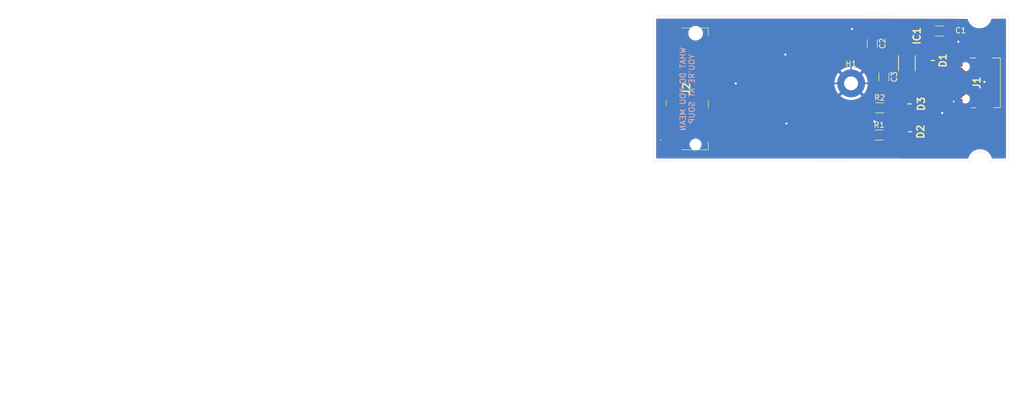
<source format=kicad_pcb>
(kicad_pcb (version 20211014) (generator pcbnew)
  (layers (0 "F.Cu" signal) (31 "B.Cu" signal) (34 "B.Paste" user) (35 "F.Paste" user) (36 "B.SilkS" user "B.Silkscreen") (37 "F.SilkS" user "F.Silkscreen") (38 "B.Mask" user) (39 "F.Mask" user) (44 "Edge.Cuts" user))
  (net 0 "")
  (net 1 "GND")
  (net 2 "/5V")
  (net 3 "/D_minus_USB")
  (net 4 "/D_plus_USB")
  (net 5 "/D_plus_M2")
  (net 6 "/D_minus_M2")
  (net 7 "/3V3")
  (net 8 "Net-(IC1-Pad4)")
  (footprint "MountingHole:MountingHole_2.5mm_Pad" (layer "F.Cu") (at 222.972155 54.377844)
    (fp_text reference "H1" (at 0 -3.5) (layer "F.SilkS"))
    (fp_text value "MountingHole_Pad")
    (pad "1" thru_hole circle locked (at 0 0) (size 5 5) (drill 2.5) (layers *.Cu *.Mask) (net 1 "GND"))
  )
  (footprint "Capacitor_SMD:C_1206_3216Metric_Pad1.33x1.80mm_HandSolder" (layer "F.Cu") (at 228.872155 53.215344 -90)
    (fp_text reference "C3" (at 0 -1.85 90) (layer "F.SilkS"))
    (fp_text value "0.01u")
    (fp_line (start -0.711252 0.91) (end 0.711252 0.91) (layer "F.SilkS") (width 0.12))
    (fp_line (start -0.711252 -0.91) (end 0.711252 -0.91) (layer "F.SilkS") (width 0.12))
    (pad "1" smd roundrect (at -1.5625 0 270) (size 1.325 1.8) (layers "F.Cu" "F.Paste" "F.Mask") (roundrect_rratio 0.188679) (net 8 "Net-(IC1-Pad4)"))
    (pad "2" smd roundrect (at 1.5625 0 270) (size 1.325 1.8) (layers "F.Cu" "F.Paste" "F.Mask") (roundrect_rratio 0.188679) (net 1 "GND"))
  )
  (footprint "tvs-diode-CGA0603MLC-05E-pcb-part-libraries:DIONC1608X56N" (layer "F.Cu") (at 233.572155 63.077844 -90)
    (fp_text reference "D2" (at 0 -1.9 90) (layer "F.SilkS") (effects (font (size 1.27 1.27) (thickness 0.254))))
    (fp_text value "D_TVS" hide)
    (fp_line (start 0 -0.325) (end 0 0.325) (layer "F.SilkS") (width 0.2))
    (pad "1" smd rect locked (at -0.8 0 270) (size 0.9 1.05) (layers "F.Cu" "F.Paste" "F.Mask") (net 3 "/D_minus_USB"))
    (pad "2" smd rect locked (at 0.8 0 270) (size 0.9 1.05) (layers "F.Cu" "F.Paste" "F.Mask") (net 1 "GND"))
  )
  (footprint "VoltReg-REG113EA-3:SOP65P490X110-8N" (layer "F.Cu") (at 233.002355 50.768044 -90)
    (fp_text reference "IC1" (at -4.9022 -1.8034 90) (layer "F.SilkS") (effects (font (size 1.27 1.27) (thickness 0.254))))
    (fp_text value "REG113EA-3.3_250" hide)
    (fp_line (start 1.3716 -1.4986) (end 0.3048 -1.4986) (layer "F.SilkS") (width 0.1524))
    (fp_line (start -0.3048 -1.4986) (end -1.3716 -1.4986) (layer "F.SilkS") (width 0.1524))
    (fp_line (start -1.3716 1.4986) (end 1.3716 1.4986) (layer "F.SilkS") (width 0.1524))
    (fp_line (start 0.3048 -1.4986) (end -0.3048 -1.4986) (layer "F.SilkS") (width 0.1524))
    (pad "1" smd rect locked (at -2.2098 -0.9652) (size 0.4572 1.3716) (layers "F.Cu" "F.Paste" "F.Mask") (net 2 "/5V"))
    (pad "2" smd rect locked (at -2.2098 -0.3302) (size 0.4572 1.3716) (layers "F.Cu" "F.Paste" "F.Mask") (net 2 "/5V"))
    (pad "3" smd rect locked (at -2.2098 0.3302) (size 0.4572 1.3716) (layers "F.Cu" "F.Paste" "F.Mask") (net 7 "/3V3"))
    (pad "4" smd rect locked (at -2.2098 0.9652) (size 0.4572 1.3716) (layers "F.Cu" "F.Paste" "F.Mask") (net 8 "Net-(IC1-Pad4)"))
    (pad "5" smd rect locked (at 2.2098 0.9652) (size 0.4572 1.3716) (layers "F.Cu" "F.Paste" "F.Mask") (net 1 "GND"))
    (pad "6" smd rect locked (at 2.2098 0.3302) (size 0.4572 1.3716) (layers "F.Cu" "F.Paste" "F.Mask") (net 1 "GND"))
    (pad "7" smd rect locked (at 2.2098 -0.3302) (size 0.4572 1.3716) (layers "F.Cu" "F.Paste" "F.Mask") (net 1 "GND"))
    (pad "8" smd rect locked (at 2.2098 -0.9652) (size 0.4572 1.3716) (layers "F.Cu" "F.Paste" "F.Mask") (net 1 "GND"))
  )
  (footprint "Capacitor_SMD:C_1206_3216Metric_Pad1.33x1.80mm_HandSolder" (layer "F.Cu") (at 238.834655 44.977844)
    (fp_text reference "C1" (at 3.8375 -0.1) (layer "F.SilkS"))
    (fp_text value "0.1u")
    (fp_line (start -0.711252 0.91) (end 0.711252 0.91) (layer "F.SilkS") (width 0.12))
    (fp_line (start -0.711252 -0.91) (end 0.711252 -0.91) (layer "F.SilkS") (width 0.12))
    (pad "1" smd roundrect (at -1.5625 0) (size 1.325 1.8) (layers "F.Cu" "F.Paste" "F.Mask") (roundrect_rratio 0.188679) (net 2 "/5V"))
    (pad "2" smd roundrect (at 1.5625 0) (size 1.325 1.8) (layers "F.Cu" "F.Paste" "F.Mask") (roundrect_rratio 0.188679) (net 1 "GND"))
  )
  (footprint "m2-2199230-4-pcb-part-libraries:21992304" (layer "F.Cu") (at 193.382155 55.367844 90)
    (fp_text reference "J2" (at 0 0 90) (layer "F.SilkS") (effects (font (size 1.27 1.27) (thickness 0.254))))
    (fp_text value "2199230-4" hide)
    (fp_line (start -9.3 -4.649) (end -9.3 -4.649) (layer "F.SilkS") (width 0.1))
    (fp_line (start -3 -3.625) (end -2 -3.625) (layer "F.SilkS") (width 0.1))
    (fp_line (start 10.95 -0.85) (end 10.95 3.925) (layer "F.SilkS") (width 0.1))
    (fp_line (start -10.95 3.925) (end -9.5 3.925) (layer "F.SilkS") (width 0.1))
    (fp_line (start -3.5 3.925) (end -2 3.925) (layer "F.SilkS") (width 0.1))
    (fp_line (start -10.95 -0.85) (end -10.95 3.925) (layer "F.SilkS") (width 0.1))
    (fp_line (start 10.95 3.925) (end 9.5 3.925) (layer "F.SilkS") (width 0.1))
    (fp_line (start -9.2 -4.649) (end -9.2 -4.649) (layer "F.SilkS") (width 0.1))
    (fp_arc (start -9.2 -4.65) (mid -9.2495 -4.5995) (end -9.3 -4.649) (layer "F.SilkS") (width 0.1))
    (fp_arc (start -9.3 -4.65) (mid -9.2495 -4.6995) (end -9.2 -4.649) (layer "F.SilkS") (width 0.1))
    (pad "" np_thru_hole circle locked (at -10 1.65 90) (size 1.15 1.15) (drill 1.15) (layers *.Cu *.Mask))
    (pad "" np_thru_hole circle locked (at 10 1.65 90) (size 1.65 1.65) (drill 1.65) (layers *.Cu *.Mask))
    (pad "1" smd rect locked (at -9.25 -3.625 90) (size 0.3 1.55) (layers "F.Cu" "F.Paste" "F.Mask") (net 1 "GND"))
    (pad "2" smd rect locked (at -9 3.925 90) (size 0.3 1.55) (layers "F.Cu" "F.Paste" "F.Mask") (net 7 "/3V3"))
    (pad "3" smd rect locked (at -8.75 -3.625 90) (size 0.3 1.55) (layers "F.Cu" "F.Paste" "F.Mask") (net 6 "/D_minus_M2"))
    (pad "4" smd rect locked (at -8.5 3.925 90) (size 0.3 1.55) (layers "F.Cu" "F.Paste" "F.Mask") (net 7 "/3V3"))
    (pad "5" smd rect locked (at -8.25 -3.625 90) (size 0.3 1.55) (layers "F.Cu" "F.Paste" "F.Mask") (net 5 "/D_plus_M2"))
    (pad "6" smd rect locked (at -8 3.925 90) (size 0.3 1.55) (layers "F.Cu" "F.Paste" "F.Mask"))
    (pad "7" smd rect locked (at -7.75 -3.625 90) (size 0.3 1.55) (layers "F.Cu" "F.Paste" "F.Mask") (net 1 "GND"))
    (pad "8" smd rect locked (at -7.5 3.925 90) (size 0.3 1.55) (layers "F.Cu" "F.Paste" "F.Mask"))
    (pad "9" smd rect locked (at -7.25 -3.625 90) (size 0.3 1.55) (layers "F.Cu" "F.Paste" "F.Mask"))
    (pad "10" smd rect locked (at -7 3.925 90) (size 0.3 1.55) (layers "F.Cu" "F.Paste" "F.Mask"))
    (pad "11" smd rect locked (at -6.75 -3.625 90) (size 0.3 1.55) (layers "F.Cu" "F.Paste" "F.Mask"))
    (pad "12" smd rect locked (at -6.5 3.925 90) (size 0.3 1.55) (layers "F.Cu" "F.Paste" "F.Mask"))
    (pad "13" smd rect locked (at -6.25 -3.625 90) (size 0.3 1.55) (layers "F.Cu" "F.Paste" "F.Mask"))
    (pad "14" smd rect locked (at -6 3.925 90) (size 0.3 1.55) (layers "F.Cu" "F.Paste" "F.Mask"))
    (pad "15" smd rect locked (at -5.75 -3.625 90) (size 0.3 1.55) (layers "F.Cu" "F.Paste" "F.Mask"))
    (pad "16" smd rect locked (at -5.5 3.925 90) (size 0.3 1.55) (layers "F.Cu" "F.Paste" "F.Mask"))
    (pad "17" smd rect locked (at -5.25 -3.625 90) (size 0.3 1.55) (layers "F.Cu" "F.Paste" "F.Mask"))
    (pad "18" smd rect locked (at -5 3.925 90) (size 0.3 1.55) (layers "F.Cu" "F.Paste" "F.Mask") (net 1 "GND"))
    (pad "19" smd rect locked (at -4.75 -3.625 90) (size 0.3 1.55) (layers "F.Cu" "F.Paste" "F.Mask"))
    (pad "20" smd rect locked (at -4.5 3.925 90) (size 0.3 1.55) (layers "F.Cu" "F.Paste" "F.Mask"))
    (pad "21" smd rect locked (at -4.25 -3.625 90) (size 0.3 1.55) (layers "F.Cu" "F.Paste" "F.Mask"))
    (pad "22" smd rect locked (at -4 3.925 90) (size 0.3 1.55) (layers "F.Cu" "F.Paste" "F.Mask"))
    (pad "23" smd rect locked (at -3.75 -3.625 90) (size 0.3 1.55) (layers "F.Cu" "F.Paste" "F.Mask"))
    (pad "32" smd rect locked (at -1.5 3.925 90) (size 0.3 1.55) (layers "F.Cu" "F.Paste" "F.Mask"))
    (pad "33" smd rect locked (at -1.25 -3.625 90) (size 0.3 1.55) (layers "F.Cu" "F.Paste" "F.Mask") (net 1 "GND"))
    (pad "34" smd rect locked (at -1 3.925 90) (size 0.3 1.55) (layers "F.Cu" "F.Paste" "F.Mask"))
    (pad "35" smd rect locked (at -0.75 -3.625 90) (size 0.3 1.55) (layers "F.Cu" "F.Paste" "F.Mask"))
    (pad "36" smd rect locked (at -0.5 3.925 90) (size 0.3 1.55) (layers "F.Cu" "F.Paste" "F.Mask"))
    (pad "37" smd rect locked (at -0.25 -3.625 90) (size 0.3 1.55) (layers "F.Cu" "F.Paste" "F.Mask"))
    (pad "38" smd rect locked (at 0 3.925 90) (size 0.3 1.55) (layers "F.Cu" "F.Paste" "F.Mask"))
    (pad "39" smd rect locked (at 0.25 -3.625 90) (size 0.3 1.55) (layers "F.Cu" "F.Paste" "F.Mask") (net 1 "GND"))
    (pad "40" smd rect locked (at 0.5 3.925 90) (size 0.3 1.55) (layers "F.Cu" "F.Paste" "F.Mask"))
    (pad "41" smd rect locked (at 0.75 -3.625 90) (size 0.3 1.55) (layers "F.Cu" "F.Paste" "F.Mask"))
    (pad "42" smd rect locked (at 1 3.925 90) (size 0.3 1.55) (layers "F.Cu" "F.Paste" "F.Mask"))
    (pad "43" smd rect locked (at 1.25 -3.625 90) (size 0.3 1.55) (layers "F.Cu" "F.Paste" "F.Mask"))
    (pad "44" smd rect locked (at 1.5 3.925 90) (size 0.3 1.55) (layers "F.Cu" "F.Paste" "F.Mask"))
    (pad "45" smd rect locked (at 1.75 -3.625 90) (size 0.3 1.55) (layers "F.Cu" "F.Paste" "F.Mask") (net 1 "GND"))
    (pad "46" smd rect locked (at 2 3.925 90) (size 0.3 1.55) (layers "F.Cu" "F.Paste" "F.Mask"))
    (pad "47" smd rect locked (at 2.25 -3.625 90) (size 0.3 1.55) (layers "F.Cu" "F.Paste" "F.Mask"))
    (pad "48" smd rect locked (at 2.5 3.925 90) (size 0.3 1.55) (layers "F.Cu" "F.Paste" "F.Mask"))
    (pad "49" smd rect locked (at 2.75 -3.625 90) (size 0.3 1.55) (layers "F.Cu" "F.Paste" "F.Mask"))
    (pad "50" smd rect locked (at 3 3.925 90) (size 0.3 1.55) (layers "F.Cu" "F.Paste" "F.Mask"))
    (pad "51" smd rect locked (at 3.25 -3.625 90) (size 0.3 1.55) (layers "F.Cu" "F.Paste" "F.Mask") (net 1 "GND"))
    (pad "52" smd rect locked (at 3.5 3.925 90) (size 0.3 1.55) (layers "F.Cu" "F.Paste" "F.Mask"))
    (pad "53" smd rect locked (at 3.75 -3.625 90) (size 0.3 1.55) (layers "F.Cu" "F.Paste" "F.Mask"))
    (pad "54" smd rect locked (at 4 3.925 90) (size 0.3 1.55) (layers "F.Cu" "F.Paste" "F.Mask"))
    (pad "55" smd rect locked (at 4.25 -3.625 90) (size 0.3 1.55) (layers "F.Cu" "F.Paste" "F.Mask"))
    (pad "56" smd rect locked (at 4.5 3.925 90) (size 0.3 1.55) (layers "F.Cu" "F.Paste" "F.Mask"))
    (pad "57" smd rect locked (at 4.75 -3.625 90) (size 0.3 1.55) (layers "F.Cu" "F.Paste" "F.Mask") (net 1 "GND"))
    (pad "58" smd rect locked (at 5 3.925 90) (size 0.3 1.55) (layers "F.Cu" "F.Paste" "F.Mask"))
    (pad "59" smd rect locked (at 5.25 -3.625 90) (size 0.3 1.55) (layers "F.Cu" "F.Paste" "F.Mask"))
    (pad "60" smd rect locked (at 5.5 3.925 90) (size 0.3 1.55) (layers "F.Cu" "F.Paste" "F.Mask"))
    (pad "61" smd rect locked (at 5.75 -3.625 90) (size 0.3 1.55) (layers "F.Cu" "F.Paste" "F.Mask"))
    (pad "62" smd rect locked (at 6 3.925 90) (size 0.3 1.55) (layers "F.Cu" "F.Paste" "F.Mask"))
    (pad "63" smd rect locked (at 6.25 -3.625 90) (size 0.3 1.55) (layers "F.Cu" "F.Paste" "F.Mask") (net 1 "GND"))
    (pad "64" smd rect locked (at 6.5 3.925 90) (size 0.3 1.55) (layers "F.Cu" "F.Paste" "F.Mask"))
    (pad "65" smd rect locked (at 6.75 -3.625 90) (size 0.3 1.55) (layers "F.Cu" "F.Paste" "F.Mask"))
    (pad "66" smd rect locked (at 7 3.925 90) (size 0.3 1.55) (layers "F.Cu" "F.Paste" "F.Mask"))
    (pad "67" smd rect locked (at 7.25 -3.625 90) (size 0.3 1.55) (layers "F.Cu" "F.Paste" "F.Mask"))
    (pad "68" smd rect locked (at 7.5 3.925 90) (size 0.3 1.55) (layers "F.Cu" "F.Paste" "F.Mask"))
    (pad "69" smd rect locked (at 7.75 -3.625 90) (size 0.3 1.55) (layers "F.Cu" "F.Paste" "F.Mask") (net 1 "GND"))
    (pad "70" smd rect locked (at 8 3.925 90) (size 0.3 1.55) (layers "F.Cu" "F.Paste" "F.Mask"))
    (pad "71" smd rect locked (at 8.25 -3.625 90) (size 0.3 1.55) (layers "F.Cu" "F.Paste" "F.Mask"))
    (pad "72" smd rect locked (at 8.5 3.925 90) (size 0.3 1.55) (layers "F.Cu" "F.Paste" "F.Mask") (net 7 "/3V3"))
    (pad "73" smd rect locked (at 8.75 -3.625 90) (size 0.3 1.55) (layers "F.Cu" "F.Paste" "F.Mask"))
    (pad "74" smd rect locked (at 9 3.925 90) (size 0.3 1.55) (layers "F.Cu" "F.Paste" "F.Mask") (net 7 "/3V3"))
    (pad "75" smd rect locked (at 9.25 -3.625 90) (size 0.3 1.55) (layers "F.Cu" "F.Paste" "F.Mask") (net 1 "GND"))
    (pad "MP1" smd rect locked (at -10.35 -2.85 90) (size 1.2 2.75) (layers "F.Cu" "F.Paste" "F.Mask") (net 1 "GND"))
    (pad "MP2" smd rect locked (at 10.35 -2.85 90) (size 1.2 2.75) (layers "F.Cu" "F.Paste" "F.Mask") (net 1 "GND"))
  )
  (footprint "Capacitor_SMD:C_1206_3216Metric_Pad1.33x1.80mm_HandSolder" (layer "F.Cu") (at 226.772155 47.215344 -90)
    (fp_text reference "C2" (at 0 -1.85 90) (layer "F.SilkS"))
    (fp_text value "0.1 u")
    (fp_line (start -0.711252 -0.91) (end 0.711252 -0.91) (layer "F.SilkS") (width 0.12))
    (fp_line (start -0.711252 0.91) (end 0.711252 0.91) (layer "F.SilkS") (width 0.12))
    (pad "1" smd roundrect (at -1.5625 0 270) (size 1.325 1.8) (layers "F.Cu" "F.Paste" "F.Mask") (roundrect_rratio 0.188679) (net 7 "/3V3"))
    (pad "2" smd roundrect (at 1.5625 0 270) (size 1.325 1.8) (layers "F.Cu" "F.Paste" "F.Mask") (roundrect_rratio 0.188679) (net 1 "GND"))
  )
  (footprint "tvs-diode-CGA0603MLC-05E-pcb-part-libraries:DIONC1608X56N" (layer "F.Cu") (at 237.672155 50.277844 -90)
    (fp_text reference "D1" (at 0 -1.8 90) (layer "F.SilkS") (effects (font (size 1.27 1.27) (thickness 0.254))))
    (fp_text value "D_TVS" hide)
    (fp_line (start 0 -0.325) (end 0 0.325) (layer "F.SilkS") (width 0.2))
    (pad "1" smd rect locked (at -0.8 0 270) (size 0.9 1.05) (layers "F.Cu" "F.Paste" "F.Mask") (net 2 "/5V"))
    (pad "2" smd rect locked (at 0.8 0 270) (size 0.9 1.05) (layers "F.Cu" "F.Paste" "F.Mask") (net 1 "GND"))
  )
  (footprint "tvs-diode-CGA0603MLC-05E-pcb-part-libraries:DIONC1608X56N" (layer "F.Cu") (at 233.472155 58.077844 90)
    (fp_text reference "D3" (at 0 2.1 90) (layer "F.SilkS") (effects (font (size 1.27 1.27) (thickness 0.254))))
    (fp_text value "D_TVS" hide)
    (fp_line (start 0 -0.325) (end 0 0.325) (layer "F.SilkS") (width 0.2))
    (pad "1" smd rect locked (at -0.8 0 90) (size 0.9 1.05) (layers "F.Cu" "F.Paste" "F.Mask") (net 4 "/D_plus_USB"))
    (pad "2" smd rect locked (at 0.8 0 90) (size 0.9 1.05) (layers "F.Cu" "F.Paste" "F.Mask") (net 1 "GND"))
  )
  (footprint "usbc-USB4110-GF-A-pcb-part-libraries:USB4110GFA" (layer "F.Cu") (at 246.108655 54.277844 90)
    (fp_text reference "J1" (at 0 -0.536 90) (layer "F.SilkS") (effects (font (size 1.27 1.27) (thickness 0.254))))
    (fp_text value "USB4110-GF-A" hide)
    (fp_line (start 4.47 -1.75) (end 4.47 -0.75) (layer "F.SilkS") (width 0.1))
    (fp_line (start 4.47 3.677) (end -4.47 3.677) (layer "F.SilkS") (width 0.1))
    (fp_line (start -3.3 -4.7) (end -3.3 -4.7) (layer "F.SilkS") (width 0.2))
    (fp_line (start 4.47 -0.75) (end 4.47 -0.75) (layer "F.SilkS") (width 0.1))
    (fp_line (start -4.47 3.677) (end -4.47 3.677) (layer "F.SilkS") (width 0.1))
    (fp_line (start 4.47 -1.75) (end 4.47 -1.75) (layer "F.SilkS") (width 0.1))
    (fp_line (start 4.47 3.677) (end 4.47 3.677) (layer "F.SilkS") (width 0.1))
    (fp_line (start 4.47 3.677) (end 4.47 2.25) (layer "F.SilkS") (width 0.1))
    (fp_line (start -4.47 -1.5) (end -4.5 -1.5) (layer "F.SilkS") (width 0.1))
    (fp_line (start -4.47 2.5) (end -4.47 2.5) (layer "F.SilkS") (width 0.1))
    (fp_line (start -4.47 3.677) (end -4.47 3.677) (layer "F.SilkS") (width 0.1))
    (fp_line (start -4.47 3.677) (end 4.47 3.677) (layer "F.SilkS") (width 0.1))
    (fp_line (start 4.47 2.25) (end 4.47 3.677) (layer "F.SilkS") (width 0.1))
    (fp_line (start -4.47 -0.75) (end -4.47 -1.5) (layer "F.SilkS") (width 0.1))
    (fp_line (start -3.4 -4.7) (end -3.4 -4.7) (layer "F.SilkS") (width 0.2))
    (fp_line (start -4.5 -0.75) (end -4.47 -0.75) (layer "F.SilkS") (width 0.1))
    (fp_line (start 4.47 -0.75) (end 4.47 -1.75) (layer "F.SilkS") (width 0.1))
    (fp_line (start -3.4 -4.7) (end -3.4 -4.7) (layer "F.SilkS") (width 0.2))
    (fp_line (start -4.5 -1.5) (end -4.5 -0.75) (layer "F.SilkS") (width 0.1))
    (fp_line (start 4.47 2.25) (end 4.47 2.25) (layer "F.SilkS") (width 0.1))
    (fp_line (start -4.47 2.5) (end -4.47 3.677) (layer "F.SilkS") (width 0.1))
    (fp_line (start -4.47 3.677) (end -4.47 2.5) (layer "F.SilkS") (width 0.1))
    (fp_line (start 4.47 3.677) (end 4.47 3.677) (layer "F.SilkS") (width 0.1))
    (fp_arc (start -3.3 -4.7) (mid -3.35 -4.65) (end -3.4 -4.7) (layer "F.SilkS") (width 0.2))
    (fp_arc (start -3.3 -4.7) (mid -3.35 -4.65) (end -3.4 -4.7) (layer "F.SilkS") (width 0.2))
    (fp_arc (start -3.4 -4.7) (mid -3.35 -4.75) (end -3.3 -4.7) (layer "F.SilkS") (width 0.2))
    (pad "" np_thru_hole circle locked (at 2.89 -2.603 90) (size 0.65 0.65) (drill 0.65) (layers *.Cu *.Mask))
    (pad "" np_thru_hole circle locked (at -2.89 -2.603 90) (size 0.65 0.65) (drill 0.65) (layers *.Cu *.Mask))
    (pad "A1" smd rect locked (at -3.35 -3.678 90) (size 0.3 1.15) (layers "F.Cu" "F.Paste" "F.Mask") (net 1 "GND"))
    (pad "A4" smd rect locked (at -2.55 -3.678 90) (size 0.3 1.15) (layers "F.Cu" "F.Paste" "F.Mask") (net 2 "/5V"))
    (pad "A5" smd rect locked (at -1.25 -3.678 90) (size 0.3 1.15) (layers "F.Cu" "F.Paste" "F.Mask"))
    (pad "A6" smd rect locked (at -0.25 -3.678 90) (size 0.3 1.15) (layers "F.Cu" "F.Paste" "F.Mask") (net 3 "/D_minus_USB"))
    (pad "A7" smd rect locked (at 0.25 -3.678 90) (size 0.3 1.15) (layers "F.Cu" "F.Paste" "F.Mask") (net 4 "/D_plus_USB"))
    (pad "A8" smd rect locked (at 1.25 -3.678 90) (size 0.3 1.15) (layers "F.Cu" "F.Paste" "F.Mask"))
    (pad "A9" smd rect locked (at 2.55 -3.678 90) (size 0.3 1.15) (layers "F.Cu" "F.Paste" "F.Mask") (net 2 "/5V"))
    (pad "A12" smd rect locked (at 3.35 -3.678 90) (size 0.3 1.15) (layers "F.Cu" "F.Paste" "F.Mask") (net 1 "GND"))
    (pad "B1" smd rect locked (at 3.05 -3.678 90) (size 0.3 1.15) (layers "F.Cu" "F.Paste" "F.Mask") (net 1 "GND"))
    (pad "B4" smd rect locked (at 2.25 -3.678 90) (size 0.3 1.15) (layers "F.Cu" "F.Paste" "F.Mask") (net 2 "/5V"))
    (pad "B5" smd rect locked (at 1.75 -3.678 90) (size 0.3 1.15) (layers "F.Cu" "F.Paste" "F.Mask"))
    (pad "B6" smd rect locked (at 0.75 -3.678 90) (size 0.3 1.15) (layers "F.Cu" "F.Paste" "F.Mask") (net 3 "/D_minus_USB"))
    (pad "B7" smd rect locked (at -0.75 -3.678 90) (size 0.3 1.15) (layers "F.Cu" "F.Paste" "F.Mask") (net 4 "/D_plus_USB"))
    (pad "B8" smd rect locked (at -1.75 -3.678 90) (size 0.3 1.15) (layers "F.Cu" "F.Paste" "F.Mask"))
    (pad "B9" smd rect locked (at -2.25 -3.678 90) (size 0.3 1.15) (layers "F.Cu" "F.Paste" "F.Mask") (net 2 "/5V"))
    (pad "B12" smd rect locked (at -3.05 -3.678 90) (size 0.3 1.15) (layers "F.Cu" "F.Paste" "F.Mask") (net 1 "GND"))
    (pad "MP1" smd rect locked (at -5.11 0.827 180) (size 2 2.18) (layers "F.Cu" "F.Paste" "F.Mask") (net 1 "GND"))
    (pad "MP2" smd rect locked (at 5.11 0.827 180) (size 2 2.18) (layers "F.Cu" "F.Paste" "F.Mask") (net 1 "GND"))
    (pad "MP3" smd rect locked (at -5.11 -3.103 180) (size 2 2.18) (layers "F.Cu" "F.Paste" "F.Mask") (net 1 "GND"))
    (pad "MP4" smd rect locked (at 5.11 -3.103 180) (size 2 2.18) (layers "F.Cu" "F.Paste" "F.Mask") (net 1 "GND"))
  )
  (footprint "Resistor_SMD:R_1206_3216Metric_Pad1.30x1.75mm_HandSolder" (layer "F.Cu") (at 228.122155 58.777844)
    (fp_text reference "R2" (at 0 -1.82) (layer "F.SilkS"))
    (fp_text value "30")
    (fp_line (start -0.727064 0.91) (end 0.727064 0.91) (layer "F.SilkS") (width 0.12))
    (fp_line (start -0.727064 -0.91) (end 0.727064 -0.91) (layer "F.SilkS") (width 0.12))
    (pad "1" smd roundrect (at -1.55 0) (size 1.3 1.75) (layers "F.Cu" "F.Paste" "F.Mask") (roundrect_rratio 0.192308) (net 5 "/D_plus_M2"))
    (pad "2" smd roundrect (at 1.55 0) (size 1.3 1.75) (layers "F.Cu" "F.Paste" "F.Mask") (roundrect_rratio 0.192308) (net 4 "/D_plus_USB"))
  )
  (footprint "Resistor_SMD:R_1206_3216Metric_Pad1.30x1.75mm_HandSolder" (layer "F.Cu") (at 228.022155 63.677844)
    (fp_text reference "R1" (at 0 -1.82) (layer "F.SilkS"))
    (fp_text value "30")
    (fp_line (start -0.727064 -0.91) (end 0.727064 -0.91) (layer "F.SilkS") (width 0.12))
    (fp_line (start -0.727064 0.91) (end 0.727064 0.91) (layer "F.SilkS") (width 0.12))
    (pad "1" smd roundrect (at -1.55 0) (size 1.3 1.75) (layers "F.Cu" "F.Paste" "F.Mask") (roundrect_rratio 0.192308) (net 6 "/D_minus_M2"))
    (pad "2" smd roundrect (at 1.55 0) (size 1.3 1.75) (layers "F.Cu" "F.Paste" "F.Mask") (roundrect_rratio 0.192308) (net 3 "/D_minus_USB"))
  )
  (gr_line (start 251.272155 68.377844) (end 247.85 68.4) (layer "Edge.Cuts") (width 0.05))
  (gr_line (start 244.35 42.3) (end 223.372155 42.277844) (layer "Edge.Cuts") (width 0.05))
  (gr_line (start 251.272155 48.277844) (end 251.272155 42.277844) (layer "Edge.Cuts") (width 0.05))
  (gr_line (start 187.472155 42.277844) (end 223.372155 42.277844) (layer "Edge.Cuts") (width 0.05))
  (gr_arc (start 247.75 42.3) (mid 246.05 44) (end 244.35 42.3) (layer "Edge.Cuts") (width 0.05))
  (gr_line (start 247.75 42.3) (end 251.272155 42.277844) (layer "Edge.Cuts") (width 0.05))
  (gr_line (start 187.572155 68.377844) (end 187.472155 68.377844) (layer "Edge.Cuts") (width 0.05))
  (gr_line (start 187.572155 68.377844) (end 244.45 68.4) (layer "Edge.Cuts") (width 0.05))
  (gr_line (start 251.272155 48.277844) (end 251.272155 68.377844) (layer "Edge.Cuts") (width 0.05))
  (gr_line (start 187.472155 68.377844) (end 187.472155 42.277844) (layer "Edge.Cuts") (width 0.05))
  (gr_arc (start 244.45 68.4) (mid 246.15 66.7) (end 247.85 68.4) (layer "Edge.Cuts") (width 0.05))
  (gr_text "WHAT DO YOU MEAN\nYOU'RE AT SOUP" (at 193.55 55.4 90) (layer "B.SilkS") (effects (font (size 1 1)) (justify mirror)))
  (segment (start 196.273533 60.367844) (end 197.307155 60.367844) (width 0.254) (layer "F.Cu") (net 1))
  (segment (start 188.723533 64.617844) (end 188.677844 64.572155) (width 0.254) (layer "F.Cu") (net 1))
  (segment (start 188.723533 47.617844) (end 188.677844 47.572155) (width 0.254) (layer "F.Cu") (net 1))
  (segment (start 188.677844 49.266466) (end 188.826466 49.117844) (width 0.254) (layer "F.Cu") (net 1))
  (segment (start 189.757155 46.117844) (end 189.757155 45.792844) (width 0.254) (layer "F.Cu") (net 1))
  (segment (start 188.677844 50.572155) (end 188.677844 49.266466) (width 0.254) (layer "F.Cu") (net 1))
  (segment (start 196.227844 64.822155) (end 196.227844 60.413533) (width 0.254) (layer "F.Cu") (net 1))
  (segment (start 196.227844 60.413533) (end 196.273533 60.367844) (width 0.254) (layer "F.Cu") (net 1))
  (segment (start 233.332555 52.977844) (end 233.967555 52.977844) (width 0.254) (layer "F.Cu") (net 1))
  (segment (start 188.677844 50.663533) (end 188.723533 50.617844) (width 0.254) (layer "F.Cu") (net 1))
  (segment (start 188.723533 50.617844) (end 188.677844 50.572155) (width 0.254) (layer "F.Cu") (net 1))
  (segment (start 228.472155 54.377844) (end 228.872155 54.777844) (width 0.254) (layer "F.Cu") (net 1))
  (segment (start 193.523533 63.117844) (end 196.273533 60.367844) (width 0.254) (layer "F.Cu") (net 1))
  (segment (start 238.515655 63.877844) (end 243.005655 59.387844) (width 0.254) (layer "F.Cu") (net 1))
  (segment (start 229.872155 67.577844) (end 192.392155 67.577844) (width 0.254) (layer "F.Cu") (net 1))
  (segment (start 188.723533 63.117844) (end 188.677844 63.072155) (width 0.254) (layer "F.Cu") (net 1))
  (segment (start 233.572155 63.877844) (end 238.515655 63.877844) (width 0.254) (layer "F.Cu") (net 1))
  (segment (start 189.757155 64.617844) (end 188.723533 64.617844) (width 0.254) (layer "F.Cu") (net 1))
  (segment (start 192.392155 67.577844) (end 190.532155 65.717844) (width 0.254) (layer "F.Cu") (net 1))
  (segment (start 232.037155 52.977844) (end 232.672155 52.977844) (width 0.254) (layer "F.Cu") (net 1))
  (segment (start 237.672155 51.077844) (end 239.672156 51.077844) (width 0.254) (layer "F.Cu") (net 1))
  (segment (start 188.677844 53.572155) (end 188.677844 52.163533) (width 0.254) (layer "F.Cu") (net 1))
  (segment (start 188.732155 56.617844) (end 188.677844 56.672155) (width 0.254) (layer "F.Cu") (net 1))
  (segment (start 188.677844 55.072155) (end 188.677844 53.663533) (width 0.254) (layer "F.Cu") (net 1))
  (segment (start 230.672155 52.977844) (end 232.037155 52.977844) (width 0.254) (layer "F.Cu") (net 1))
  (segment (start 189.757155 50.617844) (end 188.723533 50.617844) (width 0.254) (layer "F.Cu") (net 1))
  (segment (start 239.672156 51.077844) (end 242.280655 51.077844) (width 0.254) (layer "F.Cu") (net 1))
  (segment (start 243.005655 49.167844) (end 243.005655 47.586344) (width 0.254) (layer "F.Cu") (net 1))
  (segment (start 188.723533 53.617844) (end 188.677844 53.572155) (width 0.254) (layer "F.Cu") (net 1))
  (segment (start 188.723533 52.117844) (end 189.757155 52.117844) (width 0.254) (layer "F.Cu") (net 1))
  (segment (start 188.677844 64.572155) (end 188.677844 63.163533) (width 0.254) (layer "F.Cu") (net 1))
  (segment (start 226.772155 50.577844) (end 222.972155 54.377844) (width 0.254) (layer "F.Cu") (net 1))
  (segment (start 189.757155 63.117844) (end 193.523533 63.117844) (width 0.254) (layer "F.Cu") (net 1))
  (segment (start 188.826466 49.117844) (end 189.757155 49.117844) (width 0.254) (layer "F.Cu") (net 1))
  (segment (start 232.672155 52.977844) (end 233.332555 52.977844) (width 0.254) (layer "F.Cu") (net 1))
  (segment (start 243.005655 59.387844) (end 246.935655 59.387844) (width 0.254) (layer "F.Cu") (net 1))
  (segment (start 189.757155 45.792844) (end 190.532155 45.017844) (width 0.254) (layer "F.Cu") (net 1))
  (segment (start 233.472155 53.117444) (end 233.332555 52.977844) (width 0.254) (layer "F.Cu") (net 1))
  (segment (start 233.572155 63.877844) (end 229.872155 67.577844) (width 0.254) (layer "F.Cu") (net 1))
  (segment (start 243.005655 59.387844) (end 243.005655 58.202844) (width 0.254) (layer "F.Cu") (net 1))
  (segment (start 188.723533 47.617844) (end 189.757155 47.617844) (width 0.254) (layer "F.Cu") (net 1))
  (segment (start 246.935655 59.387844) (end 246.935655 54.114345) (width 0.254) (layer "F.Cu") (net 1))
  (segment (start 189.757155 64.617844) (end 189.757155 64.942844) (width 0.254) (layer "F.Cu") (net 1))
  (segment (start 188.677844 47.663533) (end 188.723533 47.617844) (width 0.254) (layer "F.Cu") (net 1))
  (segment (start 222.972155 54.377844) (end 228.472155 54.377844) (width 0.254) (layer "F.Cu") (net 1))
  (segment (start 226.772155 48.777844) (end 226.772155 50.577844) (width 0.254) (layer "F.Cu") (net 1))
  (segment (start 188.723533 55.117844) (end 189.757155 55.117844) (width 0.254) (layer "F.Cu") (net 1))
  (segment (start 246.935655 54.114345) (end 246.935655 49.167844) (width 0.254) (layer "F.Cu") (net 1))
  (segment (start 222.972155 54.377844) (end 212.527844 64.822155) (width 0.254) (layer "F.Cu") (net 1))
  (segment (start 212.527844 64.822155) (end 196.227844 64.822155) (width 0.254) (layer "F.Cu") (net 1))
  (segment (start 188.677844 63.163533) (end 188.723533 63.117844) (width 0.254) (layer "F.Cu") (net 1))
  (segment (start 228.872155 54.777844) (end 230.672155 52.977844) (width 0.254) (layer "F.Cu") (net 1))
  (segment (start 188.677844 47.572155) (end 188.677844 46.163533) (width 0.254) (layer "F.Cu") (net 1))
  (segment (start 189.757155 64.942844) (end 190.532155 65.717844) (width 0.254) (layer "F.Cu") (net 1))
  (segment (start 188.677844 56.672155) (end 188.677844 55.163533) (width 0.254) (layer "F.Cu") (net 1))
  (segment (start 242.430655 49.742844) (end 243.005655 49.167844) (width 0.254) (layer "F.Cu") (net 1))
  (segment (start 188.677844 52.072155) (end 188.677844 50.663533) (width 0.254) (layer "F.Cu") (net 1))
  (segment (start 188.677844 53.663533) (end 188.723533 53.617844) (width 0.254) (layer "F.Cu") (net 1))
  (segment (start 242.430655 50.927844) (end 242.430655 49.742844) (width 0.254) (layer "F.Cu") (net 1))
  (segment (start 188.723533 63.117844) (end 189.757155 63.117844) (width 0.254) (layer "F.Cu") (net 1))
  (segment (start 246.935655 49.167844) (end 243.005655 49.167844) (width 0.254) (layer "F.Cu") (net 1))
  (segment (start 188.723533 49.117844) (end 188.677844 49.072155) (width 0.254) (layer "F.Cu") (net 1))
  (segment (start 242.280655 51.077844) (end 242.430655 50.927844) (width 0.254) (layer "F.Cu") (net 1))
  (segment (start 188.677844 46.163533) (end 188.723533 46.117844) (width 0.254) (layer "F.Cu") (net 1))
  (segment (start 233.472155 57.277844) (end 233.472155 53.117444) (width 0.254) (layer "F.Cu") (net 1))
  (segment (start 188.723533 46.117844) (end 189.757155 46.117844) (width 0.254) (layer "F.Cu") (net 1))
  (segment (start 188.723533 55.117844) (end 188.677844 55.072155) (width 0.254) (layer "F.Cu") (net 1))
  (segment (start 188.677844 63.072155) (end 188.677844 56.672155) (width 0.254) (layer "F.Cu") (net 1))
  (segment (start 188.677844 49.072155) (end 188.677844 47.663533) (width 0.254) (layer "F.Cu") (net 1))
  (segment (start 188.723533 53.617844) (end 189.757155 53.617844) (width 0.254) (layer "F.Cu") (net 1))
  (segment (start 188.677844 55.163533) (end 188.723533 55.117844) (width 0.254) (layer "F.Cu") (net 1))
  (segment (start 188.723533 52.117844) (end 188.677844 52.072155) (width 0.254) (layer "F.Cu") (net 1))
  (segment (start 188.677844 52.163533) (end 188.723533 52.117844) (width 0.254) (layer "F.Cu") (net 1))
  (segment (start 243.005655 58.202844) (end 242.430655 57.627844) (width 0.254) (layer "F.Cu") (net 1))
  (segment (start 189.757155 56.617844) (end 188.732155 56.617844) (width 0.254) (layer "F.Cu") (net 1))
  (segment (start 189.757155 49.117844) (end 188.723533 49.117844) (width 0.254) (layer "F.Cu") (net 1))
  (segment (start 243.005655 47.586344) (end 240.397155 44.977844) (width 0.254) (layer "F.Cu") (net 1))
  (via (at 227.15 61.2) (size 0.8) (drill 0.381) (layers "F.Cu" "B.Cu") (net 1))
  (via (at 202.25 54.4) (size 0.8) (drill 0.381) (layers "F.Cu" "B.Cu") (net 1))
  (via (at 246.935655 54.114345) (size 0.8) (drill 0.381) (layers "F.Cu" "B.Cu") (net 1))
  (via (at 242.25 46.9) (size 0.8) (drill 0.381) (layers "F.Cu" "B.Cu") (net 1))
  (via (at 223.15 44.6) (size 0.8) (drill 0.381) (layers "F.Cu" "B.Cu") (net 1))
  (via (at 211.15 49.2) (size 0.8) (drill 0.381) (layers "F.Cu" "B.Cu") (net 1))
  (via (at 239.35 59.7) (size 0.8) (drill 0.381) (layers "F.Cu" "B.Cu") (net 1))
  (via (at 211.35 61.6) (size 0.8) (drill 0.381) (layers "F.Cu" "B.Cu") (net 1))
  (segment (start 218.572156 54.377844) (end 211.35 61.6) (width 0.254) (layer "B.Cu") (net 1))
  (segment (start 222.972155 44.777845) (end 223.15 44.6) (width 0.254) (layer "B.Cu") (net 1))
  (segment (start 222.972155 54.377844) (end 222.972155 44.777845) (width 0.254) (layer "B.Cu") (net 1))
  (segment (start 222.972155 54.377844) (end 218.572156 54.377844) (width 0.254) (layer "B.Cu") (net 1))
  (segment (start 234.027844 54.377844) (end 239.35 59.7) (width 0.254) (layer "B.Cu") (net 1))
  (segment (start 222.972155 54.377844) (end 227.15 58.555689) (width 0.254) (layer "B.Cu") (net 1))
  (segment (start 216.327844 54.377844) (end 211.15 49.2) (width 0.254) (layer "B.Cu") (net 1))
  (segment (start 227.15 58.555689) (end 227.15 61.2) (width 0.254) (layer "B.Cu") (net 1))
  (segment (start 222.972155 54.377844) (end 216.327844 54.377844) (width 0.254) (layer "B.Cu") (net 1))
  (segment (start 222.972155 54.377844) (end 202.172156 54.377844) (width 0.254) (layer "B.Cu") (net 1))
  (segment (start 222.972155 54.377844) (end 234.027844 54.377844) (width 0.254) (layer "B.Cu") (net 1))
  (segment (start 233.967555 48.956866) (end 233.967555 48.558244) (width 0.254) (layer "F.Cu") (net 2))
  (segment (start 236.230344 50.919655) (end 235.930344 50.919655) (width 0.254) (layer "F.Cu") (net 2))
  (segment (start 235.930344 50.919655) (end 233.967555 48.956866) (width 0.254) (layer "F.Cu") (net 2))
  (segment (start 244.45 53.324291) (end 244.45 55.231397) (width 0.254) (layer "F.Cu") (net 2))
  (segment (start 237.672155 45.377844) (end 237.672155 49.477844) (width 0.254) (layer "F.Cu") (net 2))
  (segment (start 244.45 55.231397) (end 243.153553 56.527844) (width 0.254) (layer "F.Cu") (net 2))
  (segment (start 243.153553 52.027844) (end 244.45 53.324291) (width 0.254) (layer "F.Cu") (net 2))
  (segment (start 237.038533 52.027844) (end 235.930344 50.919655) (width 0.254) (layer "F.Cu") (net 2))
  (segment (start 242.430655 52.027844) (end 243.153553 52.027844) (width 0.254) (layer "F.Cu") (net 2))
  (segment (start 237.672155 49.477844) (end 236.230344 50.919655) (width 0.254) (layer "F.Cu") (net 2))
  (segment (start 243.153553 56.527844) (end 242.430655 56.527844) (width 0.254) (layer "F.Cu") (net 2))
  (segment (start 237.272155 44.977844) (end 237.672155 45.377844) (width 0.254) (layer "F.Cu") (net 2))
  (segment (start 233.332555 48.558244) (end 233.967555 48.558244) (width 0.254) (layer "F.Cu") (net 2))
  (segment (start 242.430655 52.027844) (end 237.038533 52.027844) (width 0.254) (layer "F.Cu") (net 2))
  (segment (start 239.494217 56.243652) (end 239.176017 56.561851) (width 0.254) (layer "F.Cu") (net 3))
  (segment (start 238.645686 57.092183) (end 238.327486 57.410382) (width 0.254) (layer "F.Cu") (net 3))
  (segment (start 234.35 61.6) (end 233.672156 62.277844) (width 0.254) (layer "F.Cu") (net 3))
  (segment (start 236.895589 59.478672) (end 237.178432 59.761515) (width 0.254) (layer "F.Cu") (net 3))
  (segment (start 241.422156 54.527844) (end 240.84001 55.10999) (width 0.254) (layer "F.Cu") (net 3))
  (segment (start 235.960047 61.034311) (end 235.905637 61.034311) (width 0.254) (layer "F.Cu") (net 3))
  (segment (start 238.327486 57.516448) (end 238.875492 58.064455) (width 0.254) (layer "F.Cu") (net 3))
  (segment (start 238.804785 57.145215) (end 238.804786 57.145217) (width 0.254) (layer "F.Cu") (net 3))
  (segment (start 239.176017 56.667917) (end 239.724023 57.215924) (width 0.254) (layer "F.Cu") (net 3))
  (segment (start 237.478955 58.364979) (end 238.026961 58.912986) (width 0.254) (layer "F.Cu") (net 3))
  (segment (start 243.264277 53.527844) (end 243.309966 53.573533) (width 0.254) (layer "F.Cu") (net 3))
  (segment (start 234.491423 60.468629) (end 235.48137 61.458577) (width 0.254) (layer "F.Cu") (net 3))
  (segment (start 243.309966 53.573533) (end 243.309966 54.482155) (width 0.254) (layer "F.Cu") (net 3))
  (segment (start 236.384312 60.610046) (end 237.05 61.275734) (width 0.254) (layer "F.Cu") (net 3))
  (segment (start 238.451228 58.48872) (end 237.956254 57.993746) (width 0.254) (layer "F.Cu") (net 3))
  (segment (start 237.956255 57.993748) (end 237.903221 57.940714) (width 0.254) (layer "F.Cu") (net 3))
  (segment (start 233.572155 62.277844) (end 230.972155 62.277844) (width 0.254) (layer "F.Cu") (net 3))
  (segment (start 237.797155 57.940714) (end 237.478955 58.258913) (width 0.254) (layer "F.Cu") (net 3))
  (segment (start 239.653316 56.296684) (end 239.653317 56.296686) (width 0.254) (layer "F.Cu") (net 3))
  (segment (start 237.602697 59.337251) (end 237.319855 59.054409) (width 0.254) (layer "F.Cu") (net 3))
  (segment (start 240.84001 55.10999) (end 240.289711 55.660286) (width 0.254) (layer "F.Cu") (net 3))
  (segment (start 236.625736 61.7) (end 235.960047 61.034311) (width 0.254) (layer "F.Cu") (net 3))
  (segment (start 236.895591 59.054409) (end 236.895589 59.054408) (width 0.254) (layer "F.Cu") (net 3))
  (segment (start 230.972155 62.277844) (end 229.572155 63.677844) (width 0.254) (layer "F.Cu") (net 3))
  (segment (start 242.430655 54.527844) (end 241.422156 54.527844) (width 0.254) (layer "F.Cu") (net 3))
  (segment (start 236.329901 60.610046) (end 236.384312 60.610046) (width 0.254) (layer "F.Cu") (net 3))
  (segment (start 240.289711 56.08455) (end 240.572554 56.367393) (width 0.254) (layer "F.Cu") (net 3))
  (segment (start 239.299759 57.640189) (end 238.804785 57.145215) (width 0.254) (layer "F.Cu") (net 3))
  (segment (start 238.875492 58.064455) (end 238.875492 58.064454) (width 0.254) (layer "F.Cu") (net 3))
  (segment (start 235.057106 61.882842) (end 234.774264 61.6) (width 0.254) (layer "F.Cu") (net 3))
  (segment (start 235.48137 61.458577) (end 235.48137 61.458576) (width 0.254) (layer "F.Cu") (net 3))
  (segment (start 237.956254 57.993746) (end 237.956255 57.993748) (width 0.254) (layer "F.Cu") (net 3))
  (segment (start 240.14829 56.791658) (end 239.653316 56.296684) (width 0.254) (layer "F.Cu") (net 3))
  (segment (start 237.178432 59.761515) (end 237.178432 59.761514) (width 0.254) (layer "F.Cu") (net 3))
  (segment (start 233.672156 62.277844) (end 233.572155 62.277844) (width 0.254) (layer "F.Cu") (net 3))
  (segment (start 238.026961 58.912986) (end 238.026961 58.912985) (width 0.254) (layer "F.Cu") (net 3))
  (segment (start 235.552086 59.83223) (end 236.329901 60.610046) (width 0.254) (layer "F.Cu") (net 3))
  (segment (start 236.754168 60.18578) (end 235.976352 59.407965) (width 0.254) (layer "F.Cu") (net 3))
  (segment (start 239.724023 57.215924) (end 239.724023 57.215923) (width 0.254) (layer "F.Cu") (net 3))
  (segment (start 235.905637 61.034311) (end 234.915689 60.044365) (width 0.254) (layer "F.Cu") (net 3))
  (segment (start 242.430655 53.527844) (end 243.264277 53.527844) (width 0.254) (layer "F.Cu") (net 3))
  (segment (start 240.572554 56.367393) (end 240.572554 56.367392) (width 0.254) (layer "F.Cu") (net 3))
  (segment (start 243.264277 54.527844) (end 242.430655 54.527844) (width 0.254) (layer "F.Cu") (net 3))
  (segment (start 243.309966 54.482155) (end 243.264277 54.527844) (width 0.254) (layer "F.Cu") (net 3))
  (segment (start 239.653317 56.296686) (end 239.600283 56.243652) (width 0.254) (layer "F.Cu") (net 3))
  (segment (start 235.976352 59.407965) (end 235.976352 59.407966) (width 0.254) (layer "F.Cu") (net 3))
  (segment (start 238.804786 57.145217) (end 238.751752 57.092183) (width 0.254) (layer "F.Cu") (net 3))
  (arc (start 234.491423 60.044365) (mid 234.403555 60.256497) (end 234.491423 60.468629) (width 0.254) (layer "F.Cu") (net 3))
  (arc (start 238.026961 59.337251) (mid 237.814829 59.425119) (end 237.602697 59.337251) (width 0.254) (layer "F.Cu") (net 3))
  (arc (start 236.895589 59.054408) (mid 236.807721 59.26654) (end 236.895589 59.478672) (width 0.254) (layer "F.Cu") (net 3))
  (arc (start 237.178432 59.761514) (mid 237.2663 59.973647) (end 237.178432 60.18578) (width 0.254) (layer "F.Cu") (net 3))
  (arc (start 238.875492 58.064454) (mid 238.96336 58.276587) (end 238.875492 58.48872) (width 0.254) (layer "F.Cu") (net 3))
  (arc (start 239.600283 56.243652) (mid 239.54725 56.221685) (end 239.494217 56.243652) (width 0.254) (layer "F.Cu") (net 3))
  (arc (start 234.774264 61.6) (mid 234.562132 61.512132) (end 234.35 61.6) (width 0.254) (layer "F.Cu") (net 3))
  (arc (start 239.724023 57.215923) (mid 239.811891 57.428056) (end 239.724023 57.640189) (width 0.254) (layer "F.Cu") (net 3))
  (arc (start 235.48137 61.882842) (mid 235.269238 61.97071) (end 235.057106 61.882842) (width 0.254) (layer "F.Cu") (net 3))
  (arc (start 238.327486 57.410382) (mid 238.305519 57.463415) (end 238.327486 57.516448) (width 0.254) (layer "F.Cu") (net 3))
  (arc (start 239.176017 56.561851) (mid 239.15405 56.614884) (end 239.176017 56.667917) (width 0.254) (layer "F.Cu") (net 3))
  (arc (start 235.48137 61.458576) (mid 235.569238 61.670709) (end 235.48137 61.882842) (width 0.254) (layer "F.Cu") (net 3))
  (arc (start 238.026961 58.912985) (mid 238.114829 59.125118) (end 238.026961 59.337251) (width 0.254) (layer "F.Cu") (net 3))
  (arc (start 239.724023 57.640189) (mid 239.511891 57.728057) (end 239.299759 57.640189) (width 0.254) (layer "F.Cu") (net 3))
  (arc (start 234.915689 60.044365) (mid 234.703557 59.956496) (end 234.491423 60.044365) (width 0.254) (layer "F.Cu") (net 3))
  (arc (start 237.05 61.7) (mid 236.837868 61.787868) (end 236.625736 61.7) (width 0.254) (layer "F.Cu") (net 3))
  (arc (start 237.903221 57.940714) (mid 237.850188 57.918747) (end 237.797155 57.940714) (width 0.254) (layer "F.Cu") (net 3))
  (arc (start 238.875492 58.48872) (mid 238.66336 58.576588) (end 238.451228 58.48872) (width 0.254) (layer "F.Cu") (net 3))
  (arc (start 235.552086 59.407966) (mid 235.464218 59.620098) (end 235.552086 59.83223) (width 0.254) (layer "F.Cu") (net 3))
  (arc (start 240.572554 56.791658) (mid 240.360422 56.879526) (end 240.14829 56.791658) (width 0.254) (layer "F.Cu") (net 3))
  (arc (start 237.05 61.275734) (mid 237.137868 61.487867) (end 237.05 61.7) (width 0.254) (layer "F.Cu") (net 3))
  (arc (start 237.178432 60.18578) (mid 236.9663 60.273648) (end 236.754168 60.18578) (width 0.254) (layer "F.Cu") (net 3))
  (arc (start 235.976352 59.407966) (mid 235.76422 59.320097) (end 235.552086 59.407966) (width 0.254) (layer "F.Cu") (net 3))
  (arc (start 238.751752 57.092183) (mid 238.698719 57.070216) (end 238.645686 57.092183) (width 0.254) (layer "F.Cu") (net 3))
  (arc (start 240.289711 55.660286) (mid 240.201843 55.872418) (end 240.289711 56.08455) (width 0.254) (layer "F.Cu") (net 3))
  (arc (start 237.478955 58.258913) (mid 237.456988 58.311946) (end 237.478955 58.364979) (width 0.254) (layer "F.Cu") (net 3))
  (arc (start 237.319855 59.054409) (mid 237.107723 58.966541) (end 236.895591 59.054409) (width 0.254) (layer "F.Cu") (net 3))
  (arc (start 240.572554 56.367392) (mid 240.660422 56.579525) (end 240.572554 56.791658) (width 0.254) (layer "F.Cu") (net 3))
  (segment (start 236.362177 58.877844) (end 236.963212 58.276809) (width 0.254) (layer "F.Cu") (net 4))
  (segment (start 239.54648 55.693538) (end 239.546481 55.693539) (width 0.254) (layer "F.Cu") (net 4))
  (segment (start 236.566942 57.443634) (end 235.25 56.126692) (width 0.254) (layer "F.Cu") (net 4))
  (segment (start 239.546481 55.693539) (end 239.515119 55.724902) (width 0.254) (layer "F.Cu") (net 4))
  (segment (start 237.940588 56.290588) (end 237.959482 56.290588) (width 0.254) (layer "F.Cu") (net 4))
  (segment (start 237.089117 57.139117) (end 237.110953 57.139117) (width 0.254) (layer "F.Cu") (net 4))
  (segment (start 242.430655 55.027844) (end 241.597033 55.027844) (width 0.254) (layer "F.Cu") (net 4))
  (segment (start 239.090853 55.724902) (end 238.808011 55.442059) (width 0.254) (layer "F.Cu") (net 4))
  (segment (start 238.66659 56.573431) (end 238.666589 56.573429) (width 0.254) (layer "F.Cu") (net 4))
  (segment (start 231.65 61) (end 233.472155 59.177845) (width 0.254) (layer "F.Cu") (net 4))
  (segment (start 233.472155 58.877844) (end 236.362177 58.877844) (width 0.254) (layer "F.Cu") (net 4))
  (segment (start 237.15 54.632576) (end 237.15 54.624264) (width 0.254) (layer "F.Cu") (net 4))
  (segment (start 238.95 54.624264) (end 238.95 54.672794) (width 0.254) (layer "F.Cu") (net 4))
  (segment (start 238.808011 55.442059) (end 238.792059 55.442059) (width 0.254) (layer "F.Cu") (net 4))
  (segment (start 239.374264 54.2) (end 239.374264 54.248531) (width 0.254) (layer "F.Cu") (net 4))
  (segment (start 241.212177 54.027844) (end 240.39501 54.845011) (width 0.254) (layer "F.Cu") (net 4))
  (segment (start 241.35 59.6) (end 237.826467 63.123533) (width 0.254) (layer "F.Cu") (net 4))
  (segment (start 228.617835 64.53245) (end 228.617835 62.232165) (width 0.254) (layer "F.Cu") (net 4))
  (segment (start 237.959482 56.290588) (end 238.242324 56.573431) (width 0.254) (layer "F.Cu") (net 4))
  (segment (start 235.65 55.7) (end 237.089117 57.139117) (width 0.254) (layer "F.Cu") (net 4))
  (segment (start 230.201761 64.857164) (end 228.942549 64.857164) (width 0.254) (layer "F.Cu") (net 4))
  (segment (start 241.597033 55.027844) (end 241.35 55.274877) (width 0.254) (layer "F.Cu") (net 4))
  (segment (start 231.935392 63.123533) (end 230.201761 64.857164) (width 0.254) (layer "F.Cu") (net 4))
  (segment (start 228.942549 64.857164) (end 228.617835 64.53245) (width 0.254) (layer "F.Cu") (net 4))
  (segment (start 237.81806 56.997694) (end 237.535218 56.714852) (width 0.254) (layer "F.Cu") (net 4))
  (segment (start 237.535218 56.709482) (end 236.25 55.424264) (width 0.254) (layer "F.Cu") (net 4))
  (segment (start 236.969531 57.846223) (end 236.566942 57.443634) (width 0.254) (layer "F.Cu") (net 4))
  (segment (start 238.666589 56.149165) (end 238.254002 55.736578) (width 0.254) (layer "F.Cu") (net 4))
  (segment (start 233.472155 59.177845) (end 233.472155 58.877844) (width 0.254) (layer "F.Cu") (net 4))
  (segment (start 238.254002 55.736578) (end 237.15 54.632576) (width 0.254) (layer "F.Cu") (net 4))
  (segment (start 239.374264 54.248531) (end 239.970744 54.845011) (width 0.254) (layer "F.Cu") (net 4))
  (segment (start 229.672155 58.777844) (end 229.772155 58.877844) (width 0.254) (layer "F.Cu") (net 4))
  (segment (start 236.65 55) (end 237.940588 56.290588) (width 0.254) (layer "F.Cu") (net 4))
  (segment (start 237.826467 63.123533) (end 231.935392 63.123533) (width 0.254) (layer "F.Cu") (net 4))
  (segment (start 229.85 61) (end 231.65 61) (width 0.254) (layer "F.Cu") (net 4))
  (segment (start 237.535218 56.714852) (end 237.535218 56.709482) (width 0.254) (layer "F.Cu") (net 4))
  (segment (start 237.110953 57.139117) (end 237.393795 57.42196) (width 0.254) (layer "F.Cu") (net 4))
  (segment (start 238.95 54.672794) (end 239.54648 55.269274) (width 0.254) (layer "F.Cu") (net 4))
  (segment (start 242.430655 54.027844) (end 241.212177 54.027844) (width 0.254) (layer "F.Cu") (net 4))
  (segment (start 235.25 56.126692) (end 235.25 56.124264) (width 0.254) (layer "F.Cu") (net 4))
  (segment (start 238.792059 55.442059) (end 237.55 54.2) (width 0.254) (layer "F.Cu") (net 4))
  (segment (start 228.617835 62.232165) (end 229.85 61) (width 0.254) (layer "F.Cu") (net 4))
  (segment (start 237.818061 57.42196) (end 237.81806 57.421958) (width 0.254) (layer "F.Cu") (net 4))
  (segment (start 236.963212 58.276809) (end 236.969531 58.270487) (width 0.254) (layer "F.Cu") (net 4))
  (segment (start 229.772155 58.877844) (end 233.472155 58.877844) (width 0.254) (layer "F.Cu") (net 4))
  (segment (start 241.35 55.274877) (end 241.35 59.6) (width 0.254) (layer "F.Cu") (net 4))
  (arc (start 237.393795 57.42196) (mid 237.605928 57.509828) (end 237.818061 57.42196) (width 0.254) (layer "F.Cu") (net 4))
  (arc (start 239.374264 54.2) (mid 239.162132 54.112132) (end 238.95 54.2) (width 0.254) (layer "F.Cu") (net 4))
  (arc (start 237.15 54.624264) (mid 237.062132 54.412132) (end 237.15 54.2) (width 0.254) (layer "F.Cu") (net 4))
  (arc (start 239.515119 55.724902) (mid 239.302986 55.81277) (end 239.090853 55.724902) (width 0.254) (layer "F.Cu") (net 4))
  (arc (start 236.969531 58.270487) (mid 237.057399 58.058355) (end 236.969531 57.846223) (width 0.254) (layer "F.Cu") (net 4))
  (arc (start 236.25 55.424264) (mid 236.162132 55.212132) (end 236.25 55) (width 0.254) (layer "F.Cu") (net 4))
  (arc (start 237.15 54.2) (mid 237.362132 54.112132) (end 237.574264 54.2) (width 0.254) (layer "F.Cu") (net 4))
  (arc (start 238.242324 56.573431) (mid 238.454457 56.661299) (end 238.66659 56.573431) (width 0.254) (layer "F.Cu") (net 4))
  (arc (start 240.39501 54.845011) (mid 240.182877 54.932879) (end 239.970744 54.845011) (width 0.254) (layer "F.Cu") (net 4))
  (arc (start 236.25 55) (mid 236.462132 54.912132) (end 236.674264 55) (width 0.254) (layer "F.Cu") (net 4))
  (arc (start 237.81806 57.421958) (mid 237.905928 57.209826) (end 237.81806 56.997694) (width 0.254) (layer "F.Cu") (net 4))
  (arc (start 235.25 55.7) (mid 235.462132 55.612132) (end 235.674264 55.7) (width 0.254) (layer "F.Cu") (net 4))
  (arc (start 235.25 56.124264) (mid 235.162132 55.912132) (end 235.25 55.7) (width 0.254) (layer "F.Cu") (net 4))
  (arc (start 239.54648 55.269274) (mid 239.634348 55.481406) (end 239.54648 55.693538) (width 0.254) (layer "F.Cu") (net 4))
  (arc (start 238.666589 56.573429) (mid 238.754457 56.361297) (end 238.666589 56.149165) (width 0.254) (layer "F.Cu") (net 4))
  (arc (start 238.95 54.2) (mid 238.862132 54.412132) (end 238.95 54.624264) (width 0.254) (layer "F.Cu") (net 4))
  (segment (start 194.723115 66.715204) (end 191.625755 63.617844) (width 0.254) (layer "F.Cu") (net 5))
  (segment (start 226.572155 58.777844) (end 218.634795 66.715204) (width 0.254) (layer "F.Cu") (net 5))
  (segment (start 218.634795 66.715204) (end 194.723115 66.715204) (width 0.254) (layer "F.Cu") (net 5))
  (segment (start 191.625755 63.617844) (end 189.757155 63.617844) (width 0.254) (layer "F.Cu") (net 5))
  (segment (start 224.395405 65.754594) (end 223.003475 67.146524) (width 0.254) (layer "F.Cu") (net 6))
  (segment (start 223.003475 67.146524) (end 194.544457 67.146524) (width 0.254) (layer "F.Cu") (net 6))
  (segment (start 191.515777 64.117844) (end 189.757155 64.117844) (width 0.254) (layer "F.Cu") (net 6))
  (segment (start 226.472155 63.677844) (end 225.349999 64.8) (width 0.254) (layer "F.Cu") (net 6))
  (segment (start 224.525734 64.4) (end 224.474264 64.4) (width 0.254) (layer "F.Cu") (net 6))
  (segment (start 194.544457 67.146524) (end 191.515777 64.117844) (width 0.254) (layer "F.Cu") (net 6))
  (segment (start 224.10147 64.824264) (end 224.501469 65.224263) (width 0.254) (layer "F.Cu") (net 6))
  (segment (start 224.925733 64.8) (end 224.525734 64.4) (width 0.254) (layer "F.Cu") (net 6))
  (segment (start 224.501469 65.648527) (end 224.50147 65.648528) (width 0.254) (layer "F.Cu") (net 6))
  (segment (start 224.50147 65.648528) (end 224.395405 65.754594) (width 0.254) (layer "F.Cu") (net 6))
  (segment (start 224.05 64.824264) (end 224.10147 64.824264) (width 0.254) (layer "F.Cu") (net 6))
  (arc (start 224.05 64.4) (mid 223.962132 64.612132) (end 224.05 64.824264) (width 0.254) (layer "F.Cu") (net 6))
  (arc (start 224.501469 65.224263) (mid 224.589337 65.436395) (end 224.501469 65.648527) (width 0.254) (layer "F.Cu") (net 6))
  (arc (start 225.349999 64.8) (mid 225.137866 64.887868) (end 224.925733 64.8) (width 0.254) (layer "F.Cu") (net 6))
  (arc (start 224.474264 64.4) (mid 224.262132 64.312132) (end 224.05 64.4) (width 0.254) (layer "F.Cu") (net 6))
  (segment (start 198.340777 46.867844) (end 197.307155 46.867844) (width 0.254) (layer "F.Cu") (net 7))
  (segment (start 198.340777 63.867844) (end 198.386466 63.822155) (width 0.254) (layer "F.Cu") (net 7))
  (segment (start 198.386466 46.913533) (end 198.340777 46.867844) (width 0.254) (layer "F.Cu") (net 7))
  (segment (start 226.057155 46.367844) (end 197.307155 46.367844) (width 0.254) (layer "F.Cu") (net 7))
  (segment (start 230.654777 45.652844) (end 232.672155 47.670222) (width 0.254) (layer "F.Cu") (net 7))
  (segment (start 226.772155 45.652844) (end 226.057155 46.367844) (width 0.254) (layer "F.Cu") (net 7))
  (segment (start 198.386466 63.822155) (end 198.386466 46.913533) (width 0.254) (layer "F.Cu") (net 7))
  (segment (start 232.672155 47.670222) (end 232.672155 48.558244) (width 0.254) (layer "F.Cu") (net 7))
  (segment (start 226.772155 45.652844) (end 230.654777 45.652844) (width 0.254) (layer "F.Cu") (net 7))
  (segment (start 197.307155 46.367844) (end 197.307155 46.867844) (width 0.254) (layer "F.Cu") (net 7))
  (segment (start 197.307155 64.367844) (end 197.307155 63.867844) (width 0.254) (layer "F.Cu") (net 7))
  (segment (start 197.307155 63.867844) (end 198.340777 63.867844) (width 0.254) (layer "F.Cu") (net 7))
  (segment (start 228.997155 51.652844) (end 232.037155 48.612844) (width 0.254) (layer "F.Cu") (net 8))
  (segment (start 232.037155 48.612844) (end 232.037155 48.558244) (width 0.254) (layer "F.Cu") (net 8))
  (segment (start 228.872155 51.652844) (end 228.997155 51.652844) (width 0.254) (layer "F.Cu") (net 8))
  (zone (net 1) (net_name "GND") (layers F&B.Cu) (connect_pads (clearance 0.508)) (min_thickness 0.254) (fill yes (thermal_gap 0.508) (thermal_bridge_width 0.508))
    (polygon (pts (xy 253.85 71.3) (xy 185.05 71.2) (xy 185.15 39.4) (xy 254.05 39.4)))
  )
  (zone (net 1) (net_name "GND") (layers F&B.Cu) (connect_pads (clearance 0.508)) (min_thickness 0.254) (fill yes (thermal_gap 0.508) (thermal_bridge_width 0.508))
    (polygon (pts (xy 253.85 71.3) (xy 185.05 71.2) (xy 185.15 39.4) (xy 254.05 39.4)))
  )
)
</source>
